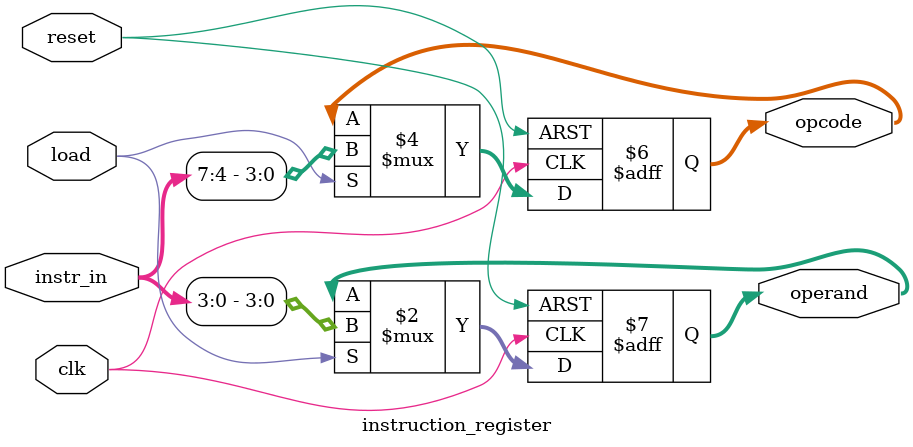
<source format=v>

module instruction_register (
    input wire clk,
    input wire reset,
    input wire load,
    input wire [7:0] instr_in,
    output reg [3:0] opcode,
    output reg [3:0] operand
);
    always @(posedge clk or posedge reset) begin
        if (reset) begin
            opcode <= 4'b0000;
            operand <= 4'b0000;
        end else if (load) begin
            opcode <= instr_in[7:4];
            operand <= instr_in[3:0];
        end
    end
endmodule

</source>
